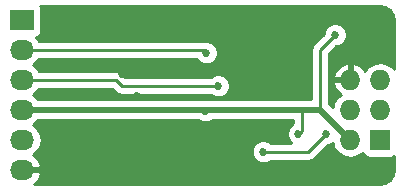
<source format=gbl>
%TF.GenerationSoftware,KiCad,Pcbnew,4.0.5-e0-6337~49~ubuntu16.04.1*%
%TF.CreationDate,2017-01-09T19:52:44-08:00*%
%TF.ProjectId,avr-programmer,6176722D70726F6772616D6D65722E6B,v1.0*%
%TF.FileFunction,Copper,L2,Bot,Signal*%
%FSLAX46Y46*%
G04 Gerber Fmt 4.6, Leading zero omitted, Abs format (unit mm)*
G04 Created by KiCad (PCBNEW 4.0.5-e0-6337~49~ubuntu16.04.1) date Mon Jan  9 19:52:44 2017*
%MOMM*%
%LPD*%
G01*
G04 APERTURE LIST*
%ADD10C,0.350000*%
%ADD11R,2.032000X1.727200*%
%ADD12O,2.032000X1.727200*%
%ADD13R,1.727200X1.727200*%
%ADD14O,1.727200X1.727200*%
%ADD15C,0.685800*%
%ADD16C,0.254000*%
%ADD17C,0.508000*%
%ADD18C,0.330200*%
%ADD19C,0.350000*%
G04 APERTURE END LIST*
D10*
D11*
X102997000Y-77470000D03*
D12*
X102997000Y-80010000D03*
X102997000Y-82550000D03*
X102997000Y-85090000D03*
X102997000Y-87630000D03*
X102997000Y-90170000D03*
D13*
X133350000Y-87630000D03*
D14*
X130810000Y-87630000D03*
X133350000Y-85090000D03*
X130810000Y-85090000D03*
X133350000Y-82550000D03*
X130810000Y-82550000D03*
D15*
X116078000Y-78994000D03*
X115130098Y-88900000D03*
X124714000Y-78740000D03*
X109220000Y-77724000D03*
X111506000Y-82042000D03*
X127000000Y-83566000D03*
X118237000Y-86360000D03*
X109474000Y-88138000D03*
X112776000Y-83947000D03*
X115271902Y-86360000D03*
X126421625Y-87122000D03*
X118527376Y-85180624D03*
X129540000Y-78740000D03*
X118618000Y-80264000D03*
X119634000Y-83058000D03*
X123444000Y-88646000D03*
X128733911Y-87122000D03*
D16*
X126421625Y-87122000D02*
X126492000Y-87122000D01*
X126492000Y-87122000D02*
X126764524Y-86849476D01*
X126764524Y-86849476D02*
X126764524Y-85108524D01*
X126764524Y-85108524D02*
X126746000Y-85090000D01*
D17*
X118618000Y-85090000D02*
X126746000Y-85090000D01*
X126746000Y-85090000D02*
X128270000Y-85090000D01*
X102997000Y-85090000D02*
X118618000Y-85090000D01*
D16*
X128270000Y-80010000D02*
X128270000Y-85090000D01*
X129540000Y-78740000D02*
X128270000Y-80010000D01*
D17*
X128270000Y-85090000D02*
X130810000Y-87630000D01*
D16*
X102997000Y-80010000D02*
X118364000Y-80010000D01*
X118364000Y-80010000D02*
X118618000Y-80264000D01*
X119149067Y-83058000D02*
X119634000Y-83058000D01*
X111450626Y-83058000D02*
X119149067Y-83058000D01*
X110942626Y-82550000D02*
X111450626Y-83058000D01*
X102997000Y-82550000D02*
X110942626Y-82550000D01*
X123444000Y-88646000D02*
X127254000Y-88646000D01*
X128225911Y-87630000D02*
X128225911Y-87674089D01*
X128225911Y-87674089D02*
X127254000Y-88646000D01*
X128225911Y-87630000D02*
X128733911Y-87122000D01*
G36*
X117972717Y-86009164D02*
X118332006Y-86158354D01*
X118721039Y-86158693D01*
X119080588Y-86010131D01*
X119111773Y-85979000D01*
X126002524Y-85979000D01*
X126002524Y-86237080D01*
X125868413Y-86292493D01*
X125593085Y-86567341D01*
X125443895Y-86926630D01*
X125443556Y-87315663D01*
X125592118Y-87675212D01*
X125800542Y-87884000D01*
X124065083Y-87884000D01*
X123998659Y-87817460D01*
X123639370Y-87668270D01*
X123250337Y-87667931D01*
X122890788Y-87816493D01*
X122615460Y-88091341D01*
X122466270Y-88450630D01*
X122465931Y-88839663D01*
X122614493Y-89199212D01*
X122889341Y-89474540D01*
X123248630Y-89623730D01*
X123637663Y-89624069D01*
X123997212Y-89475507D01*
X124064837Y-89408000D01*
X127254000Y-89408000D01*
X127545605Y-89349996D01*
X127792815Y-89184815D01*
X128764727Y-88212904D01*
X128840171Y-88099993D01*
X128927574Y-88100069D01*
X129287123Y-87951507D01*
X129336240Y-87902476D01*
X129396115Y-88203489D01*
X129720971Y-88689670D01*
X130207152Y-89014526D01*
X130780641Y-89128600D01*
X130839359Y-89128600D01*
X131412848Y-89014526D01*
X131878442Y-88703426D01*
X131883238Y-88728917D01*
X132022310Y-88945041D01*
X132234510Y-89090031D01*
X132486400Y-89141040D01*
X134213600Y-89141040D01*
X134448917Y-89096762D01*
X134543800Y-89035706D01*
X134543800Y-90099951D01*
X134440055Y-90621516D01*
X134184292Y-91004290D01*
X133801516Y-91260055D01*
X133279951Y-91363800D01*
X104021178Y-91363800D01*
X104347732Y-91072036D01*
X104601709Y-90544791D01*
X104604358Y-90529026D01*
X104483217Y-90297000D01*
X103124000Y-90297000D01*
X103124000Y-90317000D01*
X102870000Y-90317000D01*
X102870000Y-90297000D01*
X102850000Y-90297000D01*
X102850000Y-90043000D01*
X102870000Y-90043000D01*
X102870000Y-90023000D01*
X103124000Y-90023000D01*
X103124000Y-90043000D01*
X104483217Y-90043000D01*
X104604358Y-89810974D01*
X104601709Y-89795209D01*
X104347732Y-89267964D01*
X103931931Y-88896461D01*
X104241415Y-88689670D01*
X104566271Y-88203489D01*
X104680345Y-87630000D01*
X104566271Y-87056511D01*
X104241415Y-86570330D01*
X103926634Y-86360000D01*
X104241415Y-86149670D01*
X104355453Y-85979000D01*
X117942606Y-85979000D01*
X117972717Y-86009164D01*
X117972717Y-86009164D01*
G37*
X117972717Y-86009164D02*
X118332006Y-86158354D01*
X118721039Y-86158693D01*
X119080588Y-86010131D01*
X119111773Y-85979000D01*
X126002524Y-85979000D01*
X126002524Y-86237080D01*
X125868413Y-86292493D01*
X125593085Y-86567341D01*
X125443895Y-86926630D01*
X125443556Y-87315663D01*
X125592118Y-87675212D01*
X125800542Y-87884000D01*
X124065083Y-87884000D01*
X123998659Y-87817460D01*
X123639370Y-87668270D01*
X123250337Y-87667931D01*
X122890788Y-87816493D01*
X122615460Y-88091341D01*
X122466270Y-88450630D01*
X122465931Y-88839663D01*
X122614493Y-89199212D01*
X122889341Y-89474540D01*
X123248630Y-89623730D01*
X123637663Y-89624069D01*
X123997212Y-89475507D01*
X124064837Y-89408000D01*
X127254000Y-89408000D01*
X127545605Y-89349996D01*
X127792815Y-89184815D01*
X128764727Y-88212904D01*
X128840171Y-88099993D01*
X128927574Y-88100069D01*
X129287123Y-87951507D01*
X129336240Y-87902476D01*
X129396115Y-88203489D01*
X129720971Y-88689670D01*
X130207152Y-89014526D01*
X130780641Y-89128600D01*
X130839359Y-89128600D01*
X131412848Y-89014526D01*
X131878442Y-88703426D01*
X131883238Y-88728917D01*
X132022310Y-88945041D01*
X132234510Y-89090031D01*
X132486400Y-89141040D01*
X134213600Y-89141040D01*
X134448917Y-89096762D01*
X134543800Y-89035706D01*
X134543800Y-90099951D01*
X134440055Y-90621516D01*
X134184292Y-91004290D01*
X133801516Y-91260055D01*
X133279951Y-91363800D01*
X104021178Y-91363800D01*
X104347732Y-91072036D01*
X104601709Y-90544791D01*
X104604358Y-90529026D01*
X104483217Y-90297000D01*
X103124000Y-90297000D01*
X103124000Y-90317000D01*
X102870000Y-90317000D01*
X102870000Y-90297000D01*
X102850000Y-90297000D01*
X102850000Y-90043000D01*
X102870000Y-90043000D01*
X102870000Y-90023000D01*
X103124000Y-90023000D01*
X103124000Y-90043000D01*
X104483217Y-90043000D01*
X104604358Y-89810974D01*
X104601709Y-89795209D01*
X104347732Y-89267964D01*
X103931931Y-88896461D01*
X104241415Y-88689670D01*
X104566271Y-88203489D01*
X104680345Y-87630000D01*
X104566271Y-87056511D01*
X104241415Y-86570330D01*
X103926634Y-86360000D01*
X104241415Y-86149670D01*
X104355453Y-85979000D01*
X117942606Y-85979000D01*
X117972717Y-86009164D01*
G36*
X133801516Y-76379945D02*
X134184292Y-76635710D01*
X134440055Y-77018484D01*
X134543800Y-77540049D01*
X134543800Y-81647131D01*
X134439029Y-81490330D01*
X133952848Y-81165474D01*
X133379359Y-81051400D01*
X133320641Y-81051400D01*
X132747152Y-81165474D01*
X132260971Y-81490330D01*
X132080008Y-81761161D01*
X131698490Y-81343179D01*
X131169027Y-81095032D01*
X130937000Y-81215531D01*
X130937000Y-82423000D01*
X130957000Y-82423000D01*
X130957000Y-82677000D01*
X130937000Y-82677000D01*
X130937000Y-82697000D01*
X130683000Y-82697000D01*
X130683000Y-82677000D01*
X129476183Y-82677000D01*
X129355042Y-82909026D01*
X129527312Y-83324947D01*
X129921510Y-83756821D01*
X130044228Y-83814336D01*
X129720971Y-84030330D01*
X129396115Y-84516511D01*
X129322721Y-84885485D01*
X129032000Y-84594764D01*
X129032000Y-82190974D01*
X129355042Y-82190974D01*
X129476183Y-82423000D01*
X130683000Y-82423000D01*
X130683000Y-81215531D01*
X130450973Y-81095032D01*
X129921510Y-81343179D01*
X129527312Y-81775053D01*
X129355042Y-82190974D01*
X129032000Y-82190974D01*
X129032000Y-80325630D01*
X129639644Y-79717987D01*
X129733663Y-79718069D01*
X130093212Y-79569507D01*
X130368540Y-79294659D01*
X130517730Y-78935370D01*
X130518069Y-78546337D01*
X130369507Y-78186788D01*
X130094659Y-77911460D01*
X129735370Y-77762270D01*
X129346337Y-77761931D01*
X128986788Y-77910493D01*
X128711460Y-78185341D01*
X128562270Y-78544630D01*
X128562187Y-78640183D01*
X127731185Y-79471185D01*
X127566004Y-79718395D01*
X127508000Y-80010000D01*
X127508000Y-84201000D01*
X104355453Y-84201000D01*
X104241415Y-84030330D01*
X103926634Y-83820000D01*
X104241415Y-83609670D01*
X104440312Y-83312000D01*
X110626996Y-83312000D01*
X110911810Y-83596815D01*
X111074430Y-83705474D01*
X111159021Y-83761996D01*
X111450626Y-83820000D01*
X119012917Y-83820000D01*
X119079341Y-83886540D01*
X119438630Y-84035730D01*
X119827663Y-84036069D01*
X120187212Y-83887507D01*
X120462540Y-83612659D01*
X120611730Y-83253370D01*
X120612069Y-82864337D01*
X120463507Y-82504788D01*
X120188659Y-82229460D01*
X119829370Y-82080270D01*
X119440337Y-82079931D01*
X119080788Y-82228493D01*
X119013163Y-82296000D01*
X111766257Y-82296000D01*
X111481441Y-82011185D01*
X111429548Y-81976511D01*
X111234231Y-81846004D01*
X110942626Y-81788000D01*
X104440312Y-81788000D01*
X104241415Y-81490330D01*
X103926634Y-81280000D01*
X104241415Y-81069670D01*
X104440312Y-80772000D01*
X117769812Y-80772000D01*
X117788493Y-80817212D01*
X118063341Y-81092540D01*
X118422630Y-81241730D01*
X118811663Y-81242069D01*
X119171212Y-81093507D01*
X119446540Y-80818659D01*
X119595730Y-80459370D01*
X119596069Y-80070337D01*
X119447507Y-79710788D01*
X119172659Y-79435460D01*
X118813370Y-79286270D01*
X118555265Y-79286045D01*
X118364000Y-79248000D01*
X104440312Y-79248000D01*
X104241415Y-78950330D01*
X104227087Y-78940757D01*
X104248317Y-78936762D01*
X104464441Y-78797690D01*
X104609431Y-78585490D01*
X104660440Y-78333600D01*
X104660440Y-76606400D01*
X104616162Y-76371083D01*
X104555106Y-76276200D01*
X133279951Y-76276200D01*
X133801516Y-76379945D01*
X133801516Y-76379945D01*
G37*
X133801516Y-76379945D02*
X134184292Y-76635710D01*
X134440055Y-77018484D01*
X134543800Y-77540049D01*
X134543800Y-81647131D01*
X134439029Y-81490330D01*
X133952848Y-81165474D01*
X133379359Y-81051400D01*
X133320641Y-81051400D01*
X132747152Y-81165474D01*
X132260971Y-81490330D01*
X132080008Y-81761161D01*
X131698490Y-81343179D01*
X131169027Y-81095032D01*
X130937000Y-81215531D01*
X130937000Y-82423000D01*
X130957000Y-82423000D01*
X130957000Y-82677000D01*
X130937000Y-82677000D01*
X130937000Y-82697000D01*
X130683000Y-82697000D01*
X130683000Y-82677000D01*
X129476183Y-82677000D01*
X129355042Y-82909026D01*
X129527312Y-83324947D01*
X129921510Y-83756821D01*
X130044228Y-83814336D01*
X129720971Y-84030330D01*
X129396115Y-84516511D01*
X129322721Y-84885485D01*
X129032000Y-84594764D01*
X129032000Y-82190974D01*
X129355042Y-82190974D01*
X129476183Y-82423000D01*
X130683000Y-82423000D01*
X130683000Y-81215531D01*
X130450973Y-81095032D01*
X129921510Y-81343179D01*
X129527312Y-81775053D01*
X129355042Y-82190974D01*
X129032000Y-82190974D01*
X129032000Y-80325630D01*
X129639644Y-79717987D01*
X129733663Y-79718069D01*
X130093212Y-79569507D01*
X130368540Y-79294659D01*
X130517730Y-78935370D01*
X130518069Y-78546337D01*
X130369507Y-78186788D01*
X130094659Y-77911460D01*
X129735370Y-77762270D01*
X129346337Y-77761931D01*
X128986788Y-77910493D01*
X128711460Y-78185341D01*
X128562270Y-78544630D01*
X128562187Y-78640183D01*
X127731185Y-79471185D01*
X127566004Y-79718395D01*
X127508000Y-80010000D01*
X127508000Y-84201000D01*
X104355453Y-84201000D01*
X104241415Y-84030330D01*
X103926634Y-83820000D01*
X104241415Y-83609670D01*
X104440312Y-83312000D01*
X110626996Y-83312000D01*
X110911810Y-83596815D01*
X111074430Y-83705474D01*
X111159021Y-83761996D01*
X111450626Y-83820000D01*
X119012917Y-83820000D01*
X119079341Y-83886540D01*
X119438630Y-84035730D01*
X119827663Y-84036069D01*
X120187212Y-83887507D01*
X120462540Y-83612659D01*
X120611730Y-83253370D01*
X120612069Y-82864337D01*
X120463507Y-82504788D01*
X120188659Y-82229460D01*
X119829370Y-82080270D01*
X119440337Y-82079931D01*
X119080788Y-82228493D01*
X119013163Y-82296000D01*
X111766257Y-82296000D01*
X111481441Y-82011185D01*
X111429548Y-81976511D01*
X111234231Y-81846004D01*
X110942626Y-81788000D01*
X104440312Y-81788000D01*
X104241415Y-81490330D01*
X103926634Y-81280000D01*
X104241415Y-81069670D01*
X104440312Y-80772000D01*
X117769812Y-80772000D01*
X117788493Y-80817212D01*
X118063341Y-81092540D01*
X118422630Y-81241730D01*
X118811663Y-81242069D01*
X119171212Y-81093507D01*
X119446540Y-80818659D01*
X119595730Y-80459370D01*
X119596069Y-80070337D01*
X119447507Y-79710788D01*
X119172659Y-79435460D01*
X118813370Y-79286270D01*
X118555265Y-79286045D01*
X118364000Y-79248000D01*
X104440312Y-79248000D01*
X104241415Y-78950330D01*
X104227087Y-78940757D01*
X104248317Y-78936762D01*
X104464441Y-78797690D01*
X104609431Y-78585490D01*
X104660440Y-78333600D01*
X104660440Y-76606400D01*
X104616162Y-76371083D01*
X104555106Y-76276200D01*
X133279951Y-76276200D01*
X133801516Y-76379945D01*
D18*
X116078000Y-78994000D03*
X115130098Y-88900000D03*
X124714000Y-78740000D03*
X109220000Y-77724000D03*
X111506000Y-82042000D03*
X127000000Y-83566000D03*
X118237000Y-86360000D03*
X109474000Y-88138000D03*
X112776000Y-83947000D03*
X115271902Y-86360000D03*
X126421625Y-87122000D03*
X118527376Y-85180624D03*
X129540000Y-78740000D03*
X118618000Y-80264000D03*
X119634000Y-83058000D03*
X123444000Y-88646000D03*
X128733911Y-87122000D03*
D19*
X102997000Y-77470000D03*
X102997000Y-80010000D03*
X102997000Y-82550000D03*
X102997000Y-85090000D03*
X102997000Y-87630000D03*
X102997000Y-90170000D03*
X133350000Y-87630000D03*
X130810000Y-87630000D03*
X133350000Y-85090000D03*
X130810000Y-85090000D03*
X133350000Y-82550000D03*
X130810000Y-82550000D03*
M02*

</source>
